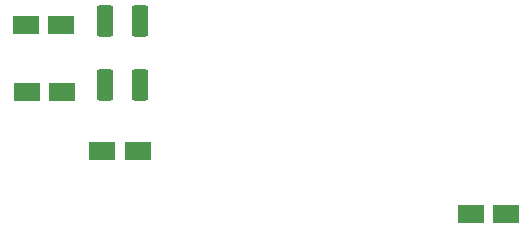
<source format=gbr>
%TF.GenerationSoftware,KiCad,Pcbnew,8.0.4*%
%TF.CreationDate,2024-07-20T23:30:23-04:00*%
%TF.ProjectId,esp32-node-board-40x65_telemetry,65737033-322d-46e6-9f64-652d626f6172,rev?*%
%TF.SameCoordinates,Original*%
%TF.FileFunction,Paste,Top*%
%TF.FilePolarity,Positive*%
%FSLAX46Y46*%
G04 Gerber Fmt 4.6, Leading zero omitted, Abs format (unit mm)*
G04 Created by KiCad (PCBNEW 8.0.4) date 2024-07-20 23:30:23*
%MOMM*%
%LPD*%
G01*
G04 APERTURE LIST*
G04 Aperture macros list*
%AMRoundRect*
0 Rectangle with rounded corners*
0 $1 Rounding radius*
0 $2 $3 $4 $5 $6 $7 $8 $9 X,Y pos of 4 corners*
0 Add a 4 corners polygon primitive as box body*
4,1,4,$2,$3,$4,$5,$6,$7,$8,$9,$2,$3,0*
0 Add four circle primitives for the rounded corners*
1,1,$1+$1,$2,$3*
1,1,$1+$1,$4,$5*
1,1,$1+$1,$6,$7*
1,1,$1+$1,$8,$9*
0 Add four rect primitives between the rounded corners*
20,1,$1+$1,$2,$3,$4,$5,0*
20,1,$1+$1,$4,$5,$6,$7,0*
20,1,$1+$1,$6,$7,$8,$9,0*
20,1,$1+$1,$8,$9,$2,$3,0*%
G04 Aperture macros list end*
%ADD10RoundRect,0.250001X-0.462499X-1.074999X0.462499X-1.074999X0.462499X1.074999X-0.462499X1.074999X0*%
%ADD11R,2.200000X1.600000*%
G04 APERTURE END LIST*
D10*
%TO.C,D2*%
X95512500Y-55450000D03*
X98487500Y-55450000D03*
%TD*%
D11*
%TO.C,C4*%
X91800000Y-50350000D03*
X88800000Y-50350000D03*
%TD*%
%TO.C,C9*%
X91900000Y-56050000D03*
X88900000Y-56050000D03*
%TD*%
%TO.C,C5*%
X129500000Y-66350000D03*
X126500000Y-66350000D03*
%TD*%
%TO.C,C8*%
X95300000Y-61050000D03*
X98300000Y-61050000D03*
%TD*%
D10*
%TO.C,D1*%
X95512500Y-50000000D03*
X98487500Y-50000000D03*
%TD*%
M02*

</source>
